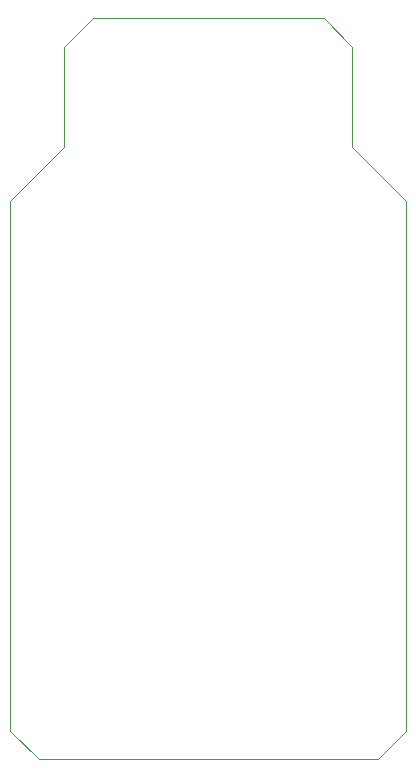
<source format=gbr>
G04 #@! TF.GenerationSoftware,KiCad,Pcbnew,(5.1.4)-1*
G04 #@! TF.CreationDate,2020-03-23T23:33:49-05:00*
G04 #@! TF.ProjectId,ExOneMicrorocessor,45784f6e-654d-4696-9372-6f726f636573,rev?*
G04 #@! TF.SameCoordinates,Original*
G04 #@! TF.FileFunction,Profile,NP*
%FSLAX46Y46*%
G04 Gerber Fmt 4.6, Leading zero omitted, Abs format (unit mm)*
G04 Created by KiCad (PCBNEW (5.1.4)-1) date 2020-03-23 23:33:49*
%MOMM*%
%LPD*%
G04 APERTURE LIST*
%ADD10C,0.050000*%
G04 APERTURE END LIST*
D10*
X138379200Y-124891800D02*
X138379200Y-80060800D01*
X140792200Y-127304800D02*
X169494200Y-127304800D01*
X171907200Y-124891800D02*
X171907200Y-80060800D01*
X142951200Y-66979800D02*
X142951200Y-75488800D01*
X145364200Y-64566800D02*
X164922200Y-64566800D01*
X167335200Y-66979800D02*
X167335200Y-75488800D01*
X145364200Y-64566800D02*
X142951200Y-66979800D01*
X164922200Y-64566800D02*
X167335200Y-66979800D01*
X171907200Y-124891800D02*
X169494200Y-127304800D01*
X138379200Y-124891800D02*
X140792200Y-127304800D01*
X138379200Y-80060800D02*
X142951200Y-75488800D01*
X171907200Y-80060800D02*
X167335200Y-75488800D01*
M02*

</source>
